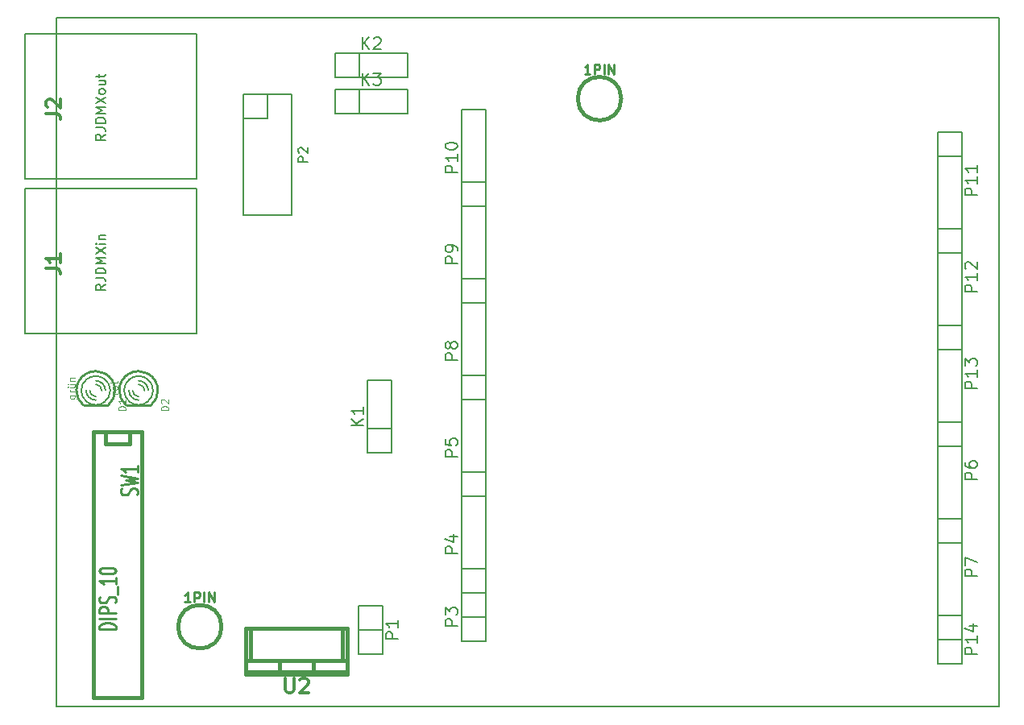
<source format=gto>
G04 #@! TF.FileFunction,Legend,Top*
%FSLAX46Y46*%
G04 Gerber Fmt 4.6, Leading zero omitted, Abs format (unit mm)*
G04 Created by KiCad (PCBNEW 0.201501052116+5352~20~ubuntu14.04.1-product) date Di 06 Jan 2015 18:05:51 CET*
%MOMM*%
G01*
G04 APERTURE LIST*
%ADD10C,0.150000*%
%ADD11C,0.200000*%
%ADD12C,0.381000*%
%ADD13C,0.254000*%
%ADD14C,0.152400*%
%ADD15C,0.127000*%
%ADD16C,0.088900*%
%ADD17C,0.203200*%
%ADD18C,0.285750*%
%ADD19C,0.304800*%
G04 APERTURE END LIST*
D10*
D11*
X124460000Y-24130000D02*
X25400000Y-24130000D01*
X124460000Y-96520000D02*
X124460000Y-24130000D01*
X25400000Y-96520000D02*
X124460000Y-96520000D01*
X25400000Y-24130000D02*
X25400000Y-96520000D01*
D12*
X42786000Y-88100000D02*
G75*
G03X42786000Y-88100000I-2286000J0D01*
G01*
X84786000Y-32600000D02*
G75*
G03X84786000Y-32600000I-2286000J0D01*
G01*
D13*
X28290000Y-64848800D02*
X30830000Y-64848800D01*
D14*
X30535527Y-62103136D02*
G75*
G03X29560000Y-61750000I-975527J-1170864D01*
G01*
X29559531Y-61751889D02*
G75*
G03X28549080Y-62136080I469J-1522111D01*
G01*
X29560034Y-64796147D02*
G75*
G03X30550600Y-64429700I-34J1522147D01*
G01*
X28584473Y-64444864D02*
G75*
G03X29560000Y-64798000I975527J1170864D01*
G01*
X30447155Y-64513166D02*
G75*
G03X31084000Y-63274000I-887155J1239166D01*
G01*
X31084000Y-63273199D02*
G75*
G03X30474400Y-62054800I-1524000J-801D01*
G01*
X28037794Y-63274442D02*
G75*
G03X28625280Y-64475420I1522206J442D01*
G01*
X28623829Y-62071436D02*
G75*
G03X28036000Y-63274000I936171J-1202564D01*
G01*
X30195000Y-63274000D02*
G75*
G03X29560000Y-62639000I-635000J0D01*
G01*
X30576000Y-63274000D02*
G75*
G03X29560000Y-62258000I-1016000J0D01*
G01*
X28925000Y-63274000D02*
G75*
G03X29560000Y-63909000I635000J0D01*
G01*
X28544000Y-63274000D02*
G75*
G03X29560000Y-64290000I1016000J0D01*
G01*
D13*
X30863426Y-64832880D02*
G75*
G03X31592000Y-63274000I-1303426J1558880D01*
G01*
X31589460Y-63273025D02*
G75*
G03X30515040Y-61483300I-2029460J-975D01*
G01*
X27530614Y-63276552D02*
G75*
G03X28249360Y-64823400I2029386J2552D01*
G01*
X28550149Y-61510701D02*
G75*
G03X27528000Y-63274000I1009851J-1763299D01*
G01*
X30523347Y-61484870D02*
G75*
G03X29560000Y-61242000I-963347J-1789130D01*
G01*
X29559900Y-61243077D02*
G75*
G03X28495740Y-61544260I100J-2030923D01*
G01*
X32790000Y-64848800D02*
X35330000Y-64848800D01*
D14*
X35035527Y-62103136D02*
G75*
G03X34060000Y-61750000I-975527J-1170864D01*
G01*
X34059531Y-61751889D02*
G75*
G03X33049080Y-62136080I469J-1522111D01*
G01*
X34060034Y-64796147D02*
G75*
G03X35050600Y-64429700I-34J1522147D01*
G01*
X33084473Y-64444864D02*
G75*
G03X34060000Y-64798000I975527J1170864D01*
G01*
X34947155Y-64513166D02*
G75*
G03X35584000Y-63274000I-887155J1239166D01*
G01*
X35584000Y-63273199D02*
G75*
G03X34974400Y-62054800I-1524000J-801D01*
G01*
X32537794Y-63274442D02*
G75*
G03X33125280Y-64475420I1522206J442D01*
G01*
X33123829Y-62071436D02*
G75*
G03X32536000Y-63274000I936171J-1202564D01*
G01*
X34695000Y-63274000D02*
G75*
G03X34060000Y-62639000I-635000J0D01*
G01*
X35076000Y-63274000D02*
G75*
G03X34060000Y-62258000I-1016000J0D01*
G01*
X33425000Y-63274000D02*
G75*
G03X34060000Y-63909000I635000J0D01*
G01*
X33044000Y-63274000D02*
G75*
G03X34060000Y-64290000I1016000J0D01*
G01*
D13*
X35363426Y-64832880D02*
G75*
G03X36092000Y-63274000I-1303426J1558880D01*
G01*
X36089460Y-63273025D02*
G75*
G03X35015040Y-61483300I-2029460J-975D01*
G01*
X32030614Y-63276552D02*
G75*
G03X32749360Y-64823400I2029386J2552D01*
G01*
X33050149Y-61510701D02*
G75*
G03X32028000Y-63274000I1009851J-1763299D01*
G01*
X35023347Y-61484870D02*
G75*
G03X34060000Y-61242000I-963347J-1789130D01*
G01*
X34059900Y-61243077D02*
G75*
G03X32995740Y-61544260I100J-2030923D01*
G01*
D10*
X60630000Y-67280000D02*
X60630000Y-62200000D01*
X60630000Y-62200000D02*
X58090000Y-62200000D01*
X58090000Y-62200000D02*
X58090000Y-67280000D01*
X58090000Y-69820000D02*
X58090000Y-67280000D01*
X58090000Y-67280000D02*
X60630000Y-67280000D01*
X58090000Y-69820000D02*
X60630000Y-69820000D01*
X60630000Y-69820000D02*
X60630000Y-67280000D01*
X57260000Y-30400000D02*
X62340000Y-30400000D01*
X62340000Y-30400000D02*
X62340000Y-27860000D01*
X62340000Y-27860000D02*
X57260000Y-27860000D01*
X54720000Y-27860000D02*
X57260000Y-27860000D01*
X57260000Y-27860000D02*
X57260000Y-30400000D01*
X54720000Y-27860000D02*
X54720000Y-30400000D01*
X54720000Y-30400000D02*
X57260000Y-30400000D01*
X57260000Y-34150000D02*
X62340000Y-34150000D01*
X62340000Y-34150000D02*
X62340000Y-31610000D01*
X62340000Y-31610000D02*
X57260000Y-31610000D01*
X54720000Y-31610000D02*
X57260000Y-31610000D01*
X57260000Y-31610000D02*
X57260000Y-34150000D01*
X54720000Y-31610000D02*
X54720000Y-34150000D01*
X54720000Y-34150000D02*
X57260000Y-34150000D01*
X59740000Y-88430000D02*
X57200000Y-88430000D01*
X59740000Y-85890000D02*
X57200000Y-85890000D01*
X57200000Y-85890000D02*
X57200000Y-88430000D01*
X57200000Y-88430000D02*
X57200000Y-90970000D01*
X57200000Y-90970000D02*
X59740000Y-90970000D01*
X59740000Y-90970000D02*
X59740000Y-85890000D01*
X70550000Y-82010000D02*
X70550000Y-74390000D01*
X68010000Y-82010000D02*
X68010000Y-74390000D01*
X68010000Y-84550000D02*
X68010000Y-82010000D01*
X70550000Y-74390000D02*
X68010000Y-74390000D01*
X68010000Y-82010000D02*
X70550000Y-82010000D01*
X68010000Y-84550000D02*
X70550000Y-84550000D01*
X70550000Y-84550000D02*
X70550000Y-82010000D01*
X70550000Y-71850000D02*
X70550000Y-64230000D01*
X68010000Y-71850000D02*
X68010000Y-64230000D01*
X68010000Y-74390000D02*
X68010000Y-71850000D01*
X70550000Y-64230000D02*
X68010000Y-64230000D01*
X68010000Y-71850000D02*
X70550000Y-71850000D01*
X68010000Y-74390000D02*
X70550000Y-74390000D01*
X70550000Y-74390000D02*
X70550000Y-71850000D01*
X118040000Y-69150000D02*
X118040000Y-76770000D01*
X120580000Y-69150000D02*
X120580000Y-76770000D01*
X120580000Y-66610000D02*
X120580000Y-69150000D01*
X118040000Y-76770000D02*
X120580000Y-76770000D01*
X120580000Y-69150000D02*
X118040000Y-69150000D01*
X120580000Y-66610000D02*
X118040000Y-66610000D01*
X118040000Y-66610000D02*
X118040000Y-69150000D01*
X118040000Y-79310000D02*
X118040000Y-86930000D01*
X120580000Y-79310000D02*
X120580000Y-86930000D01*
X120580000Y-76770000D02*
X120580000Y-79310000D01*
X118040000Y-86930000D02*
X120580000Y-86930000D01*
X120580000Y-79310000D02*
X118040000Y-79310000D01*
X120580000Y-76770000D02*
X118040000Y-76770000D01*
X118040000Y-76770000D02*
X118040000Y-79310000D01*
X70550000Y-61690000D02*
X70550000Y-54070000D01*
X68010000Y-61690000D02*
X68010000Y-54070000D01*
X68010000Y-64230000D02*
X68010000Y-61690000D01*
X70550000Y-54070000D02*
X68010000Y-54070000D01*
X68010000Y-61690000D02*
X70550000Y-61690000D01*
X68010000Y-64230000D02*
X70550000Y-64230000D01*
X70550000Y-64230000D02*
X70550000Y-61690000D01*
X70550000Y-51530000D02*
X70550000Y-43910000D01*
X68010000Y-51530000D02*
X68010000Y-43910000D01*
X68010000Y-54070000D02*
X68010000Y-51530000D01*
X70550000Y-43910000D02*
X68010000Y-43910000D01*
X68010000Y-51530000D02*
X70550000Y-51530000D01*
X68010000Y-54070000D02*
X70550000Y-54070000D01*
X70550000Y-54070000D02*
X70550000Y-51530000D01*
X70550000Y-41370000D02*
X70550000Y-33750000D01*
X68010000Y-41370000D02*
X68010000Y-33750000D01*
X68010000Y-43910000D02*
X68010000Y-41370000D01*
X70550000Y-33750000D02*
X68010000Y-33750000D01*
X68010000Y-41370000D02*
X70550000Y-41370000D01*
X68010000Y-43910000D02*
X70550000Y-43910000D01*
X70550000Y-43910000D02*
X70550000Y-41370000D01*
X118040000Y-38670000D02*
X118040000Y-46290000D01*
X120580000Y-38670000D02*
X120580000Y-46290000D01*
X120580000Y-36130000D02*
X120580000Y-38670000D01*
X118040000Y-46290000D02*
X120580000Y-46290000D01*
X120580000Y-38670000D02*
X118040000Y-38670000D01*
X120580000Y-36130000D02*
X118040000Y-36130000D01*
X118040000Y-36130000D02*
X118040000Y-38670000D01*
X118040000Y-48830000D02*
X118040000Y-56450000D01*
X120580000Y-48830000D02*
X120580000Y-56450000D01*
X120580000Y-46290000D02*
X120580000Y-48830000D01*
X118040000Y-56450000D02*
X120580000Y-56450000D01*
X120580000Y-48830000D02*
X118040000Y-48830000D01*
X120580000Y-46290000D02*
X118040000Y-46290000D01*
X118040000Y-46290000D02*
X118040000Y-48830000D01*
X118040000Y-58990000D02*
X118040000Y-66610000D01*
X120580000Y-58990000D02*
X120580000Y-66610000D01*
X120580000Y-56450000D02*
X120580000Y-58990000D01*
X118040000Y-66610000D02*
X120580000Y-66610000D01*
X120580000Y-58990000D02*
X118040000Y-58990000D01*
X120580000Y-56450000D02*
X118040000Y-56450000D01*
X118040000Y-56450000D02*
X118040000Y-58990000D01*
D12*
X33170000Y-67630000D02*
X33170000Y-68900000D01*
X33170000Y-68900000D02*
X30630000Y-68900000D01*
X30630000Y-68900000D02*
X30630000Y-67630000D01*
X34440000Y-67630000D02*
X34440000Y-95570000D01*
X34440000Y-95570000D02*
X29360000Y-95570000D01*
X29360000Y-95570000D02*
X29360000Y-67630000D01*
X29360000Y-67630000D02*
X34440000Y-67630000D01*
X45844000Y-91681000D02*
X45844000Y-88252000D01*
X55496000Y-91681000D02*
X55496000Y-88252000D01*
X45336000Y-92824000D02*
X56004000Y-92824000D01*
X48892000Y-91808000D02*
X48892000Y-93078000D01*
X52448000Y-91808000D02*
X52448000Y-93078000D01*
X56004000Y-91681000D02*
X45336000Y-91681000D01*
X45336000Y-88252000D02*
X56004000Y-88252000D01*
X56004000Y-93078000D02*
X56004000Y-88252000D01*
X45336000Y-93078000D02*
X45336000Y-88252000D01*
X45336000Y-93078000D02*
X56004000Y-93078000D01*
D15*
X22126000Y-42080000D02*
X22126000Y-57320000D01*
X22126000Y-57320000D02*
X40160000Y-57320000D01*
X40160000Y-57320000D02*
X40160000Y-42080000D01*
X40160000Y-42080000D02*
X22126000Y-42080000D01*
X22126000Y-25780000D02*
X22126000Y-41020000D01*
X22126000Y-41020000D02*
X40160000Y-41020000D01*
X40160000Y-41020000D02*
X40160000Y-25780000D01*
X40160000Y-25780000D02*
X22126000Y-25780000D01*
D10*
X68010000Y-87090000D02*
X70550000Y-87090000D01*
X68010000Y-89630000D02*
X70550000Y-89630000D01*
X70550000Y-89630000D02*
X70550000Y-87090000D01*
X70550000Y-87090000D02*
X70550000Y-84550000D01*
X70550000Y-84550000D02*
X68010000Y-84550000D01*
X68010000Y-84550000D02*
X68010000Y-89630000D01*
X120580000Y-89470000D02*
X118040000Y-89470000D01*
X120580000Y-86930000D02*
X118040000Y-86930000D01*
X118040000Y-86930000D02*
X118040000Y-89470000D01*
X118040000Y-89470000D02*
X118040000Y-92010000D01*
X118040000Y-92010000D02*
X120580000Y-92010000D01*
X120580000Y-92010000D02*
X120580000Y-86930000D01*
X50130000Y-32170000D02*
X50130000Y-44870000D01*
X50130000Y-44870000D02*
X45050000Y-44870000D01*
X45050000Y-44870000D02*
X45050000Y-34710000D01*
X50130000Y-32170000D02*
X47590000Y-32170000D01*
X45050000Y-32170000D02*
X45050000Y-34710000D01*
X47590000Y-32170000D02*
X47590000Y-34710000D01*
X47590000Y-34710000D02*
X45050000Y-34710000D01*
X45050000Y-32170000D02*
X47590000Y-32170000D01*
D13*
X39508190Y-85511619D02*
X38927619Y-85511619D01*
X39217905Y-85511619D02*
X39217905Y-84495619D01*
X39121143Y-84640762D01*
X39024381Y-84737524D01*
X38927619Y-84785905D01*
X39943619Y-85511619D02*
X39943619Y-84495619D01*
X40330666Y-84495619D01*
X40427428Y-84544000D01*
X40475809Y-84592381D01*
X40524190Y-84689143D01*
X40524190Y-84834286D01*
X40475809Y-84931048D01*
X40427428Y-84979429D01*
X40330666Y-85027810D01*
X39943619Y-85027810D01*
X40959619Y-85511619D02*
X40959619Y-84495619D01*
X41443429Y-85511619D02*
X41443429Y-84495619D01*
X42024000Y-85511619D01*
X42024000Y-84495619D01*
X81508190Y-30011619D02*
X80927619Y-30011619D01*
X81217905Y-30011619D02*
X81217905Y-28995619D01*
X81121143Y-29140762D01*
X81024381Y-29237524D01*
X80927619Y-29285905D01*
X81943619Y-30011619D02*
X81943619Y-28995619D01*
X82330666Y-28995619D01*
X82427428Y-29044000D01*
X82475809Y-29092381D01*
X82524190Y-29189143D01*
X82524190Y-29334286D01*
X82475809Y-29431048D01*
X82427428Y-29479429D01*
X82330666Y-29527810D01*
X81943619Y-29527810D01*
X82959619Y-30011619D02*
X82959619Y-28995619D01*
X83443429Y-30011619D02*
X83443429Y-28995619D01*
X84024000Y-30011619D01*
X84024000Y-28995619D01*
D16*
X32698714Y-65360428D02*
X31936714Y-65360428D01*
X31936714Y-65179000D01*
X31973000Y-65070143D01*
X32045571Y-64997571D01*
X32118143Y-64961286D01*
X32263286Y-64925000D01*
X32372143Y-64925000D01*
X32517286Y-64961286D01*
X32589857Y-64997571D01*
X32662429Y-65070143D01*
X32698714Y-65179000D01*
X32698714Y-65360428D01*
X32698714Y-64199286D02*
X32698714Y-64634714D01*
X32698714Y-64417000D02*
X31936714Y-64417000D01*
X32045571Y-64489571D01*
X32118143Y-64562143D01*
X32154429Y-64634714D01*
X26856714Y-63782000D02*
X27473571Y-63782000D01*
X27546143Y-63818286D01*
X27582429Y-63854571D01*
X27618714Y-63927143D01*
X27618714Y-64036000D01*
X27582429Y-64108571D01*
X27328429Y-63782000D02*
X27364714Y-63854571D01*
X27364714Y-63999714D01*
X27328429Y-64072286D01*
X27292143Y-64108571D01*
X27219571Y-64144857D01*
X27001857Y-64144857D01*
X26929286Y-64108571D01*
X26893000Y-64072286D01*
X26856714Y-63999714D01*
X26856714Y-63854571D01*
X26893000Y-63782000D01*
X27364714Y-63419142D02*
X26856714Y-63419142D01*
X27001857Y-63419142D02*
X26929286Y-63382857D01*
X26893000Y-63346571D01*
X26856714Y-63274000D01*
X26856714Y-63201428D01*
X26856714Y-62620857D02*
X27364714Y-62620857D01*
X26856714Y-62947428D02*
X27255857Y-62947428D01*
X27328429Y-62911143D01*
X27364714Y-62838571D01*
X27364714Y-62729714D01*
X27328429Y-62657143D01*
X27292143Y-62620857D01*
X26602714Y-62911143D02*
X26639000Y-62874857D01*
X26675286Y-62911143D01*
X26639000Y-62947428D01*
X26602714Y-62911143D01*
X26675286Y-62911143D01*
X26602714Y-62620857D02*
X26639000Y-62584571D01*
X26675286Y-62620857D01*
X26639000Y-62657143D01*
X26602714Y-62620857D01*
X26675286Y-62620857D01*
X26856714Y-62257999D02*
X27364714Y-62257999D01*
X26929286Y-62257999D02*
X26893000Y-62221714D01*
X26856714Y-62149142D01*
X26856714Y-62040285D01*
X26893000Y-61967714D01*
X26965571Y-61931428D01*
X27364714Y-61931428D01*
X37198714Y-65360428D02*
X36436714Y-65360428D01*
X36436714Y-65179000D01*
X36473000Y-65070143D01*
X36545571Y-64997571D01*
X36618143Y-64961286D01*
X36763286Y-64925000D01*
X36872143Y-64925000D01*
X37017286Y-64961286D01*
X37089857Y-64997571D01*
X37162429Y-65070143D01*
X37198714Y-65179000D01*
X37198714Y-65360428D01*
X36509286Y-64634714D02*
X36473000Y-64598428D01*
X36436714Y-64525857D01*
X36436714Y-64344428D01*
X36473000Y-64271857D01*
X36509286Y-64235571D01*
X36581857Y-64199286D01*
X36654429Y-64199286D01*
X36763286Y-64235571D01*
X37198714Y-64671000D01*
X37198714Y-64199286D01*
X31864714Y-63636857D02*
X31356714Y-63636857D01*
X31501857Y-63636857D02*
X31429286Y-63600572D01*
X31393000Y-63564286D01*
X31356714Y-63491715D01*
X31356714Y-63419143D01*
X31864714Y-63056286D02*
X31828429Y-63128858D01*
X31792143Y-63165143D01*
X31719571Y-63201429D01*
X31501857Y-63201429D01*
X31429286Y-63165143D01*
X31393000Y-63128858D01*
X31356714Y-63056286D01*
X31356714Y-62947429D01*
X31393000Y-62874858D01*
X31429286Y-62838572D01*
X31501857Y-62802286D01*
X31719571Y-62802286D01*
X31792143Y-62838572D01*
X31828429Y-62874858D01*
X31864714Y-62947429D01*
X31864714Y-63056286D01*
X31356714Y-62584572D02*
X31356714Y-62294286D01*
X31102714Y-62475714D02*
X31755857Y-62475714D01*
X31828429Y-62439429D01*
X31864714Y-62366857D01*
X31864714Y-62294286D01*
D17*
X57648524Y-66947381D02*
X56378524Y-66947381D01*
X57648524Y-66221667D02*
X56922810Y-66765952D01*
X56378524Y-66221667D02*
X57104238Y-66947381D01*
X57648524Y-65012143D02*
X57648524Y-65737857D01*
X57648524Y-65375000D02*
X56378524Y-65375000D01*
X56559952Y-65495952D01*
X56680905Y-65616905D01*
X56741381Y-65737857D01*
X57592619Y-27418524D02*
X57592619Y-26148524D01*
X58318333Y-27418524D02*
X57774048Y-26692810D01*
X58318333Y-26148524D02*
X57592619Y-26874238D01*
X58802143Y-26269476D02*
X58862619Y-26209000D01*
X58983571Y-26148524D01*
X59285952Y-26148524D01*
X59406905Y-26209000D01*
X59467381Y-26269476D01*
X59527857Y-26390429D01*
X59527857Y-26511381D01*
X59467381Y-26692810D01*
X58741667Y-27418524D01*
X59527857Y-27418524D01*
X57592619Y-31168524D02*
X57592619Y-29898524D01*
X58318333Y-31168524D02*
X57774048Y-30442810D01*
X58318333Y-29898524D02*
X57592619Y-30624238D01*
X58741667Y-29898524D02*
X59527857Y-29898524D01*
X59104524Y-30382333D01*
X59285952Y-30382333D01*
X59406905Y-30442810D01*
X59467381Y-30503286D01*
X59527857Y-30624238D01*
X59527857Y-30926619D01*
X59467381Y-31047571D01*
X59406905Y-31108048D01*
X59285952Y-31168524D01*
X58923095Y-31168524D01*
X58802143Y-31108048D01*
X58741667Y-31047571D01*
X61330524Y-89367381D02*
X60060524Y-89367381D01*
X60060524Y-88883572D01*
X60121000Y-88762619D01*
X60181476Y-88702143D01*
X60302429Y-88641667D01*
X60483857Y-88641667D01*
X60604810Y-88702143D01*
X60665286Y-88762619D01*
X60725762Y-88883572D01*
X60725762Y-89367381D01*
X61330524Y-87432143D02*
X61330524Y-88157857D01*
X61330524Y-87795000D02*
X60060524Y-87795000D01*
X60241952Y-87915952D01*
X60362905Y-88036905D01*
X60423381Y-88157857D01*
X67568524Y-80407381D02*
X66298524Y-80407381D01*
X66298524Y-79923572D01*
X66359000Y-79802619D01*
X66419476Y-79742143D01*
X66540429Y-79681667D01*
X66721857Y-79681667D01*
X66842810Y-79742143D01*
X66903286Y-79802619D01*
X66963762Y-79923572D01*
X66963762Y-80407381D01*
X66721857Y-78593095D02*
X67568524Y-78593095D01*
X66238048Y-78895476D02*
X67145190Y-79197857D01*
X67145190Y-78411667D01*
X67568524Y-70247381D02*
X66298524Y-70247381D01*
X66298524Y-69763572D01*
X66359000Y-69642619D01*
X66419476Y-69582143D01*
X66540429Y-69521667D01*
X66721857Y-69521667D01*
X66842810Y-69582143D01*
X66903286Y-69642619D01*
X66963762Y-69763572D01*
X66963762Y-70247381D01*
X66298524Y-68372619D02*
X66298524Y-68977381D01*
X66903286Y-69037857D01*
X66842810Y-68977381D01*
X66782333Y-68856429D01*
X66782333Y-68554048D01*
X66842810Y-68433095D01*
X66903286Y-68372619D01*
X67024238Y-68312143D01*
X67326619Y-68312143D01*
X67447571Y-68372619D01*
X67508048Y-68433095D01*
X67568524Y-68554048D01*
X67568524Y-68856429D01*
X67508048Y-68977381D01*
X67447571Y-69037857D01*
X122170524Y-72627381D02*
X120900524Y-72627381D01*
X120900524Y-72143572D01*
X120961000Y-72022619D01*
X121021476Y-71962143D01*
X121142429Y-71901667D01*
X121323857Y-71901667D01*
X121444810Y-71962143D01*
X121505286Y-72022619D01*
X121565762Y-72143572D01*
X121565762Y-72627381D01*
X120900524Y-70813095D02*
X120900524Y-71055000D01*
X120961000Y-71175952D01*
X121021476Y-71236429D01*
X121202905Y-71357381D01*
X121444810Y-71417857D01*
X121928619Y-71417857D01*
X122049571Y-71357381D01*
X122110048Y-71296905D01*
X122170524Y-71175952D01*
X122170524Y-70934048D01*
X122110048Y-70813095D01*
X122049571Y-70752619D01*
X121928619Y-70692143D01*
X121626238Y-70692143D01*
X121505286Y-70752619D01*
X121444810Y-70813095D01*
X121384333Y-70934048D01*
X121384333Y-71175952D01*
X121444810Y-71296905D01*
X121505286Y-71357381D01*
X121626238Y-71417857D01*
X122170524Y-82787381D02*
X120900524Y-82787381D01*
X120900524Y-82303572D01*
X120961000Y-82182619D01*
X121021476Y-82122143D01*
X121142429Y-82061667D01*
X121323857Y-82061667D01*
X121444810Y-82122143D01*
X121505286Y-82182619D01*
X121565762Y-82303572D01*
X121565762Y-82787381D01*
X120900524Y-81638333D02*
X120900524Y-80791667D01*
X122170524Y-81335952D01*
X67568524Y-60087381D02*
X66298524Y-60087381D01*
X66298524Y-59603572D01*
X66359000Y-59482619D01*
X66419476Y-59422143D01*
X66540429Y-59361667D01*
X66721857Y-59361667D01*
X66842810Y-59422143D01*
X66903286Y-59482619D01*
X66963762Y-59603572D01*
X66963762Y-60087381D01*
X66842810Y-58635952D02*
X66782333Y-58756905D01*
X66721857Y-58817381D01*
X66600905Y-58877857D01*
X66540429Y-58877857D01*
X66419476Y-58817381D01*
X66359000Y-58756905D01*
X66298524Y-58635952D01*
X66298524Y-58394048D01*
X66359000Y-58273095D01*
X66419476Y-58212619D01*
X66540429Y-58152143D01*
X66600905Y-58152143D01*
X66721857Y-58212619D01*
X66782333Y-58273095D01*
X66842810Y-58394048D01*
X66842810Y-58635952D01*
X66903286Y-58756905D01*
X66963762Y-58817381D01*
X67084714Y-58877857D01*
X67326619Y-58877857D01*
X67447571Y-58817381D01*
X67508048Y-58756905D01*
X67568524Y-58635952D01*
X67568524Y-58394048D01*
X67508048Y-58273095D01*
X67447571Y-58212619D01*
X67326619Y-58152143D01*
X67084714Y-58152143D01*
X66963762Y-58212619D01*
X66903286Y-58273095D01*
X66842810Y-58394048D01*
X67568524Y-49927381D02*
X66298524Y-49927381D01*
X66298524Y-49443572D01*
X66359000Y-49322619D01*
X66419476Y-49262143D01*
X66540429Y-49201667D01*
X66721857Y-49201667D01*
X66842810Y-49262143D01*
X66903286Y-49322619D01*
X66963762Y-49443572D01*
X66963762Y-49927381D01*
X67568524Y-48596905D02*
X67568524Y-48355000D01*
X67508048Y-48234048D01*
X67447571Y-48173572D01*
X67266143Y-48052619D01*
X67024238Y-47992143D01*
X66540429Y-47992143D01*
X66419476Y-48052619D01*
X66359000Y-48113095D01*
X66298524Y-48234048D01*
X66298524Y-48475952D01*
X66359000Y-48596905D01*
X66419476Y-48657381D01*
X66540429Y-48717857D01*
X66842810Y-48717857D01*
X66963762Y-48657381D01*
X67024238Y-48596905D01*
X67084714Y-48475952D01*
X67084714Y-48234048D01*
X67024238Y-48113095D01*
X66963762Y-48052619D01*
X66842810Y-47992143D01*
X67568524Y-40372143D02*
X66298524Y-40372143D01*
X66298524Y-39888334D01*
X66359000Y-39767381D01*
X66419476Y-39706905D01*
X66540429Y-39646429D01*
X66721857Y-39646429D01*
X66842810Y-39706905D01*
X66903286Y-39767381D01*
X66963762Y-39888334D01*
X66963762Y-40372143D01*
X67568524Y-38436905D02*
X67568524Y-39162619D01*
X67568524Y-38799762D02*
X66298524Y-38799762D01*
X66479952Y-38920714D01*
X66600905Y-39041667D01*
X66661381Y-39162619D01*
X66298524Y-37650714D02*
X66298524Y-37529762D01*
X66359000Y-37408810D01*
X66419476Y-37348333D01*
X66540429Y-37287857D01*
X66782333Y-37227381D01*
X67084714Y-37227381D01*
X67326619Y-37287857D01*
X67447571Y-37348333D01*
X67508048Y-37408810D01*
X67568524Y-37529762D01*
X67568524Y-37650714D01*
X67508048Y-37771667D01*
X67447571Y-37832143D01*
X67326619Y-37892619D01*
X67084714Y-37953095D01*
X66782333Y-37953095D01*
X66540429Y-37892619D01*
X66419476Y-37832143D01*
X66359000Y-37771667D01*
X66298524Y-37650714D01*
X122170524Y-42752143D02*
X120900524Y-42752143D01*
X120900524Y-42268334D01*
X120961000Y-42147381D01*
X121021476Y-42086905D01*
X121142429Y-42026429D01*
X121323857Y-42026429D01*
X121444810Y-42086905D01*
X121505286Y-42147381D01*
X121565762Y-42268334D01*
X121565762Y-42752143D01*
X122170524Y-40816905D02*
X122170524Y-41542619D01*
X122170524Y-41179762D02*
X120900524Y-41179762D01*
X121081952Y-41300714D01*
X121202905Y-41421667D01*
X121263381Y-41542619D01*
X122170524Y-39607381D02*
X122170524Y-40333095D01*
X122170524Y-39970238D02*
X120900524Y-39970238D01*
X121081952Y-40091190D01*
X121202905Y-40212143D01*
X121263381Y-40333095D01*
X122170524Y-52912143D02*
X120900524Y-52912143D01*
X120900524Y-52428334D01*
X120961000Y-52307381D01*
X121021476Y-52246905D01*
X121142429Y-52186429D01*
X121323857Y-52186429D01*
X121444810Y-52246905D01*
X121505286Y-52307381D01*
X121565762Y-52428334D01*
X121565762Y-52912143D01*
X122170524Y-50976905D02*
X122170524Y-51702619D01*
X122170524Y-51339762D02*
X120900524Y-51339762D01*
X121081952Y-51460714D01*
X121202905Y-51581667D01*
X121263381Y-51702619D01*
X121021476Y-50493095D02*
X120961000Y-50432619D01*
X120900524Y-50311667D01*
X120900524Y-50009286D01*
X120961000Y-49888333D01*
X121021476Y-49827857D01*
X121142429Y-49767381D01*
X121263381Y-49767381D01*
X121444810Y-49827857D01*
X122170524Y-50553571D01*
X122170524Y-49767381D01*
X122170524Y-63072143D02*
X120900524Y-63072143D01*
X120900524Y-62588334D01*
X120961000Y-62467381D01*
X121021476Y-62406905D01*
X121142429Y-62346429D01*
X121323857Y-62346429D01*
X121444810Y-62406905D01*
X121505286Y-62467381D01*
X121565762Y-62588334D01*
X121565762Y-63072143D01*
X122170524Y-61136905D02*
X122170524Y-61862619D01*
X122170524Y-61499762D02*
X120900524Y-61499762D01*
X121081952Y-61620714D01*
X121202905Y-61741667D01*
X121263381Y-61862619D01*
X120900524Y-60713571D02*
X120900524Y-59927381D01*
X121384333Y-60350714D01*
X121384333Y-60169286D01*
X121444810Y-60048333D01*
X121505286Y-59987857D01*
X121626238Y-59927381D01*
X121928619Y-59927381D01*
X122049571Y-59987857D01*
X122110048Y-60048333D01*
X122170524Y-60169286D01*
X122170524Y-60532143D01*
X122110048Y-60653095D01*
X122049571Y-60713571D01*
D18*
X33889667Y-74234000D02*
X33974333Y-74070714D01*
X33974333Y-73798571D01*
X33889667Y-73689714D01*
X33805000Y-73635285D01*
X33635667Y-73580857D01*
X33466333Y-73580857D01*
X33297000Y-73635285D01*
X33212333Y-73689714D01*
X33127667Y-73798571D01*
X33043000Y-74016285D01*
X32958333Y-74125143D01*
X32873667Y-74179571D01*
X32704333Y-74234000D01*
X32535000Y-74234000D01*
X32365667Y-74179571D01*
X32281000Y-74125143D01*
X32196333Y-74016285D01*
X32196333Y-73744143D01*
X32281000Y-73580857D01*
X32196333Y-73199857D02*
X33974333Y-72927714D01*
X32704333Y-72710000D01*
X33974333Y-72492286D01*
X32196333Y-72220143D01*
X33974333Y-71186000D02*
X33974333Y-71839143D01*
X33974333Y-71512571D02*
X32196333Y-71512571D01*
X32450333Y-71621428D01*
X32619667Y-71730286D01*
X32704333Y-71839143D01*
D19*
D18*
X31688333Y-88367285D02*
X29910333Y-88367285D01*
X29910333Y-88095142D01*
X29995000Y-87931857D01*
X30164333Y-87822999D01*
X30333667Y-87768571D01*
X30672333Y-87714142D01*
X30926333Y-87714142D01*
X31265000Y-87768571D01*
X31434333Y-87822999D01*
X31603667Y-87931857D01*
X31688333Y-88095142D01*
X31688333Y-88367285D01*
X31688333Y-87224285D02*
X29910333Y-87224285D01*
X31688333Y-86679999D02*
X29910333Y-86679999D01*
X29910333Y-86244571D01*
X29995000Y-86135713D01*
X30079667Y-86081285D01*
X30249000Y-86026856D01*
X30503000Y-86026856D01*
X30672333Y-86081285D01*
X30757000Y-86135713D01*
X30841667Y-86244571D01*
X30841667Y-86679999D01*
X31603667Y-85591428D02*
X31688333Y-85428142D01*
X31688333Y-85155999D01*
X31603667Y-85047142D01*
X31519000Y-84992713D01*
X31349667Y-84938285D01*
X31180333Y-84938285D01*
X31011000Y-84992713D01*
X30926333Y-85047142D01*
X30841667Y-85155999D01*
X30757000Y-85373713D01*
X30672333Y-85482571D01*
X30587667Y-85536999D01*
X30418333Y-85591428D01*
X30249000Y-85591428D01*
X30079667Y-85536999D01*
X29995000Y-85482571D01*
X29910333Y-85373713D01*
X29910333Y-85101571D01*
X29995000Y-84938285D01*
X31857667Y-84720571D02*
X31857667Y-83849714D01*
X31688333Y-82978857D02*
X31688333Y-83632000D01*
X31688333Y-83305428D02*
X29910333Y-83305428D01*
X30164333Y-83414285D01*
X30333667Y-83523143D01*
X30418333Y-83632000D01*
X29910333Y-82271286D02*
X29910333Y-82162429D01*
X29995000Y-82053572D01*
X30079667Y-81999143D01*
X30249000Y-81944714D01*
X30587667Y-81890286D01*
X31011000Y-81890286D01*
X31349667Y-81944714D01*
X31519000Y-81999143D01*
X31603667Y-82053572D01*
X31688333Y-82162429D01*
X31688333Y-82271286D01*
X31603667Y-82380143D01*
X31519000Y-82434572D01*
X31349667Y-82489000D01*
X31011000Y-82543429D01*
X30587667Y-82543429D01*
X30249000Y-82489000D01*
X30079667Y-82434572D01*
X29995000Y-82380143D01*
X29910333Y-82271286D01*
D19*
X49508857Y-93513429D02*
X49508857Y-94747143D01*
X49581429Y-94892286D01*
X49654000Y-94964857D01*
X49799143Y-95037429D01*
X50089429Y-95037429D01*
X50234571Y-94964857D01*
X50307143Y-94892286D01*
X50379714Y-94747143D01*
X50379714Y-93513429D01*
X51032857Y-93658571D02*
X51105428Y-93586000D01*
X51250571Y-93513429D01*
X51613428Y-93513429D01*
X51758571Y-93586000D01*
X51831142Y-93658571D01*
X51903714Y-93803714D01*
X51903714Y-93948857D01*
X51831142Y-94166571D01*
X50960285Y-95037429D01*
X51903714Y-95037429D01*
X24339429Y-50462000D02*
X25428000Y-50462000D01*
X25645714Y-50534572D01*
X25790857Y-50679715D01*
X25863429Y-50897429D01*
X25863429Y-51042572D01*
X25863429Y-48938000D02*
X25863429Y-49808857D01*
X25863429Y-49373429D02*
X24339429Y-49373429D01*
X24557143Y-49518572D01*
X24702286Y-49663714D01*
X24774857Y-49808857D01*
D17*
X30554325Y-52153519D02*
X30077772Y-52487106D01*
X30554325Y-52725382D02*
X29553565Y-52725382D01*
X29553565Y-52344140D01*
X29601220Y-52248829D01*
X29648875Y-52201174D01*
X29744186Y-52153519D01*
X29887151Y-52153519D01*
X29982462Y-52201174D01*
X30030117Y-52248829D01*
X30077772Y-52344140D01*
X30077772Y-52725382D01*
X29553565Y-51438690D02*
X30268393Y-51438690D01*
X30411359Y-51486346D01*
X30506670Y-51581656D01*
X30554325Y-51724622D01*
X30554325Y-51819932D01*
X30554325Y-50962138D02*
X29553565Y-50962138D01*
X29553565Y-50723862D01*
X29601220Y-50580896D01*
X29696530Y-50485585D01*
X29791841Y-50437930D01*
X29982462Y-50390275D01*
X30125428Y-50390275D01*
X30316049Y-50437930D01*
X30411359Y-50485585D01*
X30506670Y-50580896D01*
X30554325Y-50723862D01*
X30554325Y-50962138D01*
X30554325Y-49961378D02*
X29553565Y-49961378D01*
X30268393Y-49627791D01*
X29553565Y-49294204D01*
X30554325Y-49294204D01*
X29553565Y-48912962D02*
X30554325Y-48245789D01*
X29553565Y-48245789D02*
X30554325Y-48912962D01*
X30554325Y-47864547D02*
X29887151Y-47864547D01*
X29553565Y-47864547D02*
X29601220Y-47912202D01*
X29648875Y-47864547D01*
X29601220Y-47816892D01*
X29553565Y-47864547D01*
X29648875Y-47864547D01*
X29887151Y-47387995D02*
X30554325Y-47387995D01*
X29982462Y-47387995D02*
X29934807Y-47340340D01*
X29887151Y-47245029D01*
X29887151Y-47102063D01*
X29934807Y-47006753D01*
X30030117Y-46959098D01*
X30554325Y-46959098D01*
D19*
X24339429Y-34162000D02*
X25428000Y-34162000D01*
X25645714Y-34234572D01*
X25790857Y-34379715D01*
X25863429Y-34597429D01*
X25863429Y-34742572D01*
X24484571Y-33508857D02*
X24412000Y-33436286D01*
X24339429Y-33291143D01*
X24339429Y-32928286D01*
X24412000Y-32783143D01*
X24484571Y-32710572D01*
X24629714Y-32638000D01*
X24774857Y-32638000D01*
X24992571Y-32710572D01*
X25863429Y-33581429D01*
X25863429Y-32638000D01*
D17*
X30554325Y-36353900D02*
X30077772Y-36687487D01*
X30554325Y-36925763D02*
X29553565Y-36925763D01*
X29553565Y-36544521D01*
X29601220Y-36449210D01*
X29648875Y-36401555D01*
X29744186Y-36353900D01*
X29887151Y-36353900D01*
X29982462Y-36401555D01*
X30030117Y-36449210D01*
X30077772Y-36544521D01*
X30077772Y-36925763D01*
X29553565Y-35639071D02*
X30268393Y-35639071D01*
X30411359Y-35686727D01*
X30506670Y-35782037D01*
X30554325Y-35925003D01*
X30554325Y-36020313D01*
X30554325Y-35162519D02*
X29553565Y-35162519D01*
X29553565Y-34924243D01*
X29601220Y-34781277D01*
X29696530Y-34685966D01*
X29791841Y-34638311D01*
X29982462Y-34590656D01*
X30125428Y-34590656D01*
X30316049Y-34638311D01*
X30411359Y-34685966D01*
X30506670Y-34781277D01*
X30554325Y-34924243D01*
X30554325Y-35162519D01*
X30554325Y-34161759D02*
X29553565Y-34161759D01*
X30268393Y-33828172D01*
X29553565Y-33494585D01*
X30554325Y-33494585D01*
X29553565Y-33113343D02*
X30554325Y-32446170D01*
X29553565Y-32446170D02*
X30554325Y-33113343D01*
X30554325Y-31921962D02*
X30506670Y-32017273D01*
X30459014Y-32064928D01*
X30363704Y-32112583D01*
X30077772Y-32112583D01*
X29982462Y-32064928D01*
X29934807Y-32017273D01*
X29887151Y-31921962D01*
X29887151Y-31778996D01*
X29934807Y-31683686D01*
X29982462Y-31636031D01*
X30077772Y-31588375D01*
X30363704Y-31588375D01*
X30459014Y-31636031D01*
X30506670Y-31683686D01*
X30554325Y-31778996D01*
X30554325Y-31921962D01*
X29887151Y-30730581D02*
X30554325Y-30730581D01*
X29887151Y-31159478D02*
X30411359Y-31159478D01*
X30506670Y-31111823D01*
X30554325Y-31016512D01*
X30554325Y-30873546D01*
X30506670Y-30778236D01*
X30459014Y-30730581D01*
X29887151Y-30396994D02*
X29887151Y-30015752D01*
X29553565Y-30254028D02*
X30411359Y-30254028D01*
X30506670Y-30206373D01*
X30554325Y-30111062D01*
X30554325Y-30015752D01*
X67568524Y-88027381D02*
X66298524Y-88027381D01*
X66298524Y-87543572D01*
X66359000Y-87422619D01*
X66419476Y-87362143D01*
X66540429Y-87301667D01*
X66721857Y-87301667D01*
X66842810Y-87362143D01*
X66903286Y-87422619D01*
X66963762Y-87543572D01*
X66963762Y-88027381D01*
X66298524Y-86878333D02*
X66298524Y-86092143D01*
X66782333Y-86515476D01*
X66782333Y-86334048D01*
X66842810Y-86213095D01*
X66903286Y-86152619D01*
X67024238Y-86092143D01*
X67326619Y-86092143D01*
X67447571Y-86152619D01*
X67508048Y-86213095D01*
X67568524Y-86334048D01*
X67568524Y-86696905D01*
X67508048Y-86817857D01*
X67447571Y-86878333D01*
X122170524Y-91012143D02*
X120900524Y-91012143D01*
X120900524Y-90528334D01*
X120961000Y-90407381D01*
X121021476Y-90346905D01*
X121142429Y-90286429D01*
X121323857Y-90286429D01*
X121444810Y-90346905D01*
X121505286Y-90407381D01*
X121565762Y-90528334D01*
X121565762Y-91012143D01*
X122170524Y-89076905D02*
X122170524Y-89802619D01*
X122170524Y-89439762D02*
X120900524Y-89439762D01*
X121081952Y-89560714D01*
X121202905Y-89681667D01*
X121263381Y-89802619D01*
X121323857Y-87988333D02*
X122170524Y-87988333D01*
X120840048Y-88290714D02*
X121747190Y-88593095D01*
X121747190Y-87806905D01*
D10*
X51852381Y-39258095D02*
X50852381Y-39258095D01*
X50852381Y-38877142D01*
X50900000Y-38781904D01*
X50947619Y-38734285D01*
X51042857Y-38686666D01*
X51185714Y-38686666D01*
X51280952Y-38734285D01*
X51328571Y-38781904D01*
X51376190Y-38877142D01*
X51376190Y-39258095D01*
X50947619Y-38305714D02*
X50900000Y-38258095D01*
X50852381Y-38162857D01*
X50852381Y-37924761D01*
X50900000Y-37829523D01*
X50947619Y-37781904D01*
X51042857Y-37734285D01*
X51138095Y-37734285D01*
X51280952Y-37781904D01*
X51852381Y-38353333D01*
X51852381Y-37734285D01*
M02*

</source>
